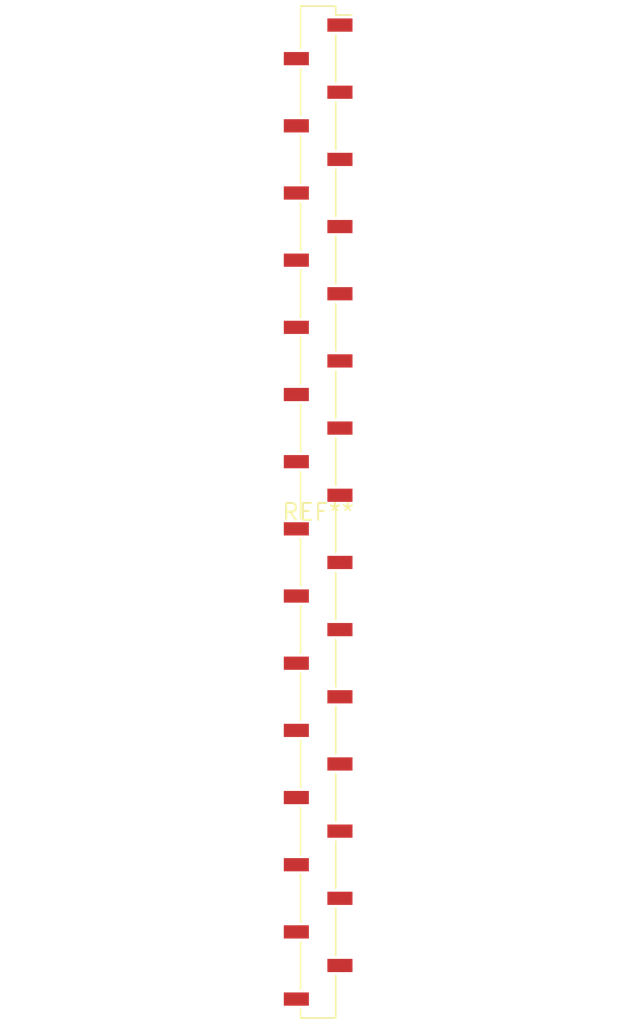
<source format=kicad_pcb>
(kicad_pcb (version 20240108) (generator pcbnew)
  (layers (0 "F.Cu" signal) (31 "B.Cu" signal) (34 "B.Paste" user) (35 "F.Paste" user) (36 "B.SilkS" user "B.Silkscreen") (37 "F.SilkS" user "F.Silkscreen") (38 "B.Mask" user) (39 "F.Mask" user) (44 "Edge.Cuts" user))
  (net 0 "")
  (footprint "PinSocket_1x30_P2.54mm_Vertical_SMD_Pin1Right" (layer "F.Cu") (at 0 0)
    (property "Reference" "REF**")
    (property "Value" "PinSocket_1x30_P2.54mm_Vertical_SMD_Pin1Right")
    (fp_line (start -1.33 -38.26) (end -1.33 -35.05) (layer "F.SilkS") (stroke (width 0.12)))
    (fp_line (start -1.33 -38.26) (end 1.33 -38.26) (layer "F.SilkS") (stroke (width 0.12)))
    (fp_line (start -1.33 -33.53) (end -1.33 -29.97) (layer "F.SilkS") (stroke (width 0.12)))
    (fp_line (start -1.33 -28.45) (end -1.33 -24.89) (layer "F.SilkS") (stroke (width 0.12)))
    (fp_line (start -1.33 -23.37) (end -1.33 -19.81) (layer "F.SilkS") (stroke (width 0.12)))
    (fp_line (start -1.33 -18.29) (end -1.33 -14.73) (layer "F.SilkS") (stroke (width 0.12)))
    (fp_line (start -1.33 -13.21) (end -1.33 -9.65) (layer "F.SilkS") (stroke (width 0.12)))
    (fp_line (start -1.33 -8.13) (end -1.33 -4.57) (layer "F.SilkS") (stroke (width 0.12)))
    (fp_line (start -1.33 -3.05) (end -1.33 0.51) (layer "F.SilkS") (stroke (width 0.12)))
    (fp_line (start -1.33 2.03) (end -1.33 5.59) (layer "F.SilkS") (stroke (width 0.12)))
    (fp_line (start -1.33 7.11) (end -1.33 10.67) (layer "F.SilkS") (stroke (width 0.12)))
    (fp_line (start -1.33 12.19) (end -1.33 15.75) (layer "F.SilkS") (stroke (width 0.12)))
    (fp_line (start -1.33 17.27) (end -1.33 20.83) (layer "F.SilkS") (stroke (width 0.12)))
    (fp_line (start -1.33 22.35) (end -1.33 25.91) (layer "F.SilkS") (stroke (width 0.12)))
    (fp_line (start -1.33 27.43) (end -1.33 30.99) (layer "F.SilkS") (stroke (width 0.12)))
    (fp_line (start -1.33 32.51) (end -1.33 36.07) (layer "F.SilkS") (stroke (width 0.12)))
    (fp_line (start -1.33 37.59) (end -1.33 38.26) (layer "F.SilkS") (stroke (width 0.12)))
    (fp_line (start -1.33 38.26) (end 1.33 38.26) (layer "F.SilkS") (stroke (width 0.12)))
    (fp_line (start 1.33 -38.26) (end 1.33 -37.59) (layer "F.SilkS") (stroke (width 0.12)))
    (fp_line (start 1.33 -37.59) (end 2.54 -37.59) (layer "F.SilkS") (stroke (width 0.12)))
    (fp_line (start 1.33 -36.07) (end 1.33 -32.51) (layer "F.SilkS") (stroke (width 0.12)))
    (fp_line (start 1.33 -30.99) (end 1.33 -27.43) (layer "F.SilkS") (stroke (width 0.12)))
    (fp_line (start 1.33 -25.91) (end 1.33 -22.35) (layer "F.SilkS") (stroke (width 0.12)))
    (fp_line (start 1.33 -20.83) (end 1.33 -17.27) (layer "F.SilkS") (stroke (width 0.12)))
    (fp_line (start 1.33 -15.75) (end 1.33 -12.19) (layer "F.SilkS") (stroke (width 0.12)))
    (fp_line (start 1.33 -10.67) (end 1.33 -7.11) (layer "F.SilkS") (stroke (width 0.12)))
    (fp_line (start 1.33 -5.59) (end 1.33 -2.03) (layer "F.SilkS") (stroke (width 0.12)))
    (fp_line (start 1.33 -0.51) (end 1.33 3.05) (layer "F.SilkS") (stroke (width 0.12)))
    (fp_line (start 1.33 4.57) (end 1.33 8.13) (layer "F.SilkS") (stroke (width 0.12)))
    (fp_line (start 1.33 9.65) (end 1.33 13.21) (layer "F.SilkS") (stroke (width 0.12)))
    (fp_line (start 1.33 14.73) (end 1.33 18.29) (layer "F.SilkS") (stroke (width 0.12)))
    (fp_line (start 1.33 19.81) (end 1.33 23.37) (layer "F.SilkS") (stroke (width 0.12)))
    (fp_line (start 1.33 24.89) (end 1.33 28.45) (layer "F.SilkS") (stroke (width 0.12)))
    (fp_line (start 1.33 29.97) (end 1.33 33.53) (layer "F.SilkS") (stroke (width 0.12)))
    (fp_line (start 1.33 35.05) (end 1.33 38.26) (layer "F.SilkS") (stroke (width 0.12)))
    (pad "1" smd rect (at 1.65 -36.83) (size 1.9 1) (layers "F.Cu" "F.Paste" "F.Mask"))
    (pad "2" smd rect (at -1.65 -34.29) (size 1.9 1) (layers "F.Cu" "F.Paste" "F.Mask"))
    (pad "3" smd rect (at 1.65 -31.75) (size 1.9 1) (layers "F.Cu" "F.Paste" "F.Mask"))
    (pad "4" smd rect (at -1.65 -29.21) (size 1.9 1) (layers "F.Cu" "F.Paste" "F.Mask"))
    (pad "5" smd rect (at 1.65 -26.67) (size 1.9 1) (layers "F.Cu" "F.Paste" "F.Mask"))
    (pad "6" smd rect (at -1.65 -24.13) (size 1.9 1) (layers "F.Cu" "F.Paste" "F.Mask"))
    (pad "7" smd rect (at 1.65 -21.59) (size 1.9 1) (layers "F.Cu" "F.Paste" "F.Mask"))
    (pad "8" smd rect (at -1.65 -19.05) (size 1.9 1) (layers "F.Cu" "F.Paste" "F.Mask"))
    (pad "9" smd rect (at 1.65 -16.51) (size 1.9 1) (layers "F.Cu" "F.Paste" "F.Mask"))
    (pad "10" smd rect (at -1.65 -13.97) (size 1.9 1) (layers "F.Cu" "F.Paste" "F.Mask"))
    (pad "11" smd rect (at 1.65 -11.43) (size 1.9 1) (layers "F.Cu" "F.Paste" "F.Mask"))
    (pad "12" smd rect (at -1.65 -8.89) (size 1.9 1) (layers "F.Cu" "F.Paste" "F.Mask"))
    (pad "13" smd rect (at 1.65 -6.35) (size 1.9 1) (layers "F.Cu" "F.Paste" "F.Mask"))
    (pad "14" smd rect (at -1.65 -3.81) (size 1.9 1) (layers "F.Cu" "F.Paste" "F.Mask"))
    (pad "15" smd rect (at 1.65 -1.27) (size 1.9 1) (layers "F.Cu" "F.Paste" "F.Mask"))
    (pad "16" smd rect (at -1.65 1.27) (size 1.9 1) (layers "F.Cu" "F.Paste" "F.Mask"))
    (pad "17" smd rect (at 1.65 3.81) (size 1.9 1) (layers "F.Cu" "F.Paste" "F.Mask"))
    (pad "18" smd rect (at -1.65 6.35) (size 1.9 1) (layers "F.Cu" "F.Paste" "F.Mask"))
    (pad "19" smd rect (at 1.65 8.89) (size 1.9 1) (layers "F.Cu" "F.Paste" "F.Mask"))
    (pad "20" smd rect (at -1.65 11.43) (size 1.9 1) (layers "F.Cu" "F.Paste" "F.Mask"))
    (pad "21" smd rect (at 1.65 13.97) (size 1.9 1) (layers "F.Cu" "F.Paste" "F.Mask"))
    (pad "22" smd rect (at -1.65 16.51) (size 1.9 1) (layers "F.Cu" "F.Paste" "F.Mask"))
    (pad "23" smd rect (at 1.65 19.05) (size 1.9 1) (layers "F.Cu" "F.Paste" "F.Mask"))
    (pad "24" smd rect (at -1.65 21.59) (size 1.9 1) (layers "F.Cu" "F.Paste" "F.Mask"))
    (pad "25" smd rect (at 1.65 24.13) (size 1.9 1) (layers "F.Cu" "F.Paste" "F.Mask"))
    (pad "26" smd rect (at -1.65 26.67) (size 1.9 1) (layers "F.Cu" "F.Paste" "F.Mask"))
    (pad "27" smd rect (at 1.65 29.21) (size 1.9 1) (layers "F.Cu" "F.Paste" "F.Mask"))
    (pad "28" smd rect (at -1.65 31.75) (size 1.9 1) (layers "F.Cu" "F.Paste" "F.Mask"))
    (pad "29" smd rect (at 1.65 34.29) (size 1.9 1) (layers "F.Cu" "F.Paste" "F.Mask"))
    (pad "30" smd rect (at -1.65 36.83) (size 1.9 1) (layers "F.Cu" "F.Paste" "F.Mask"))
  )
)
</source>
